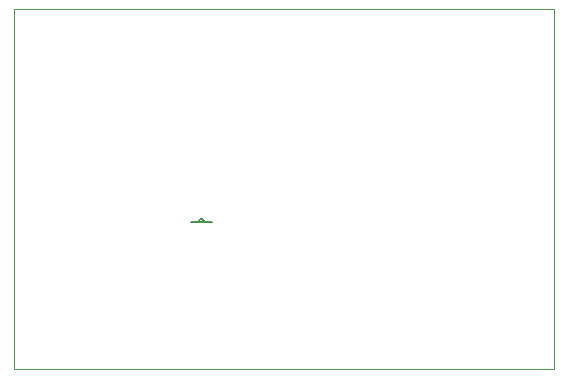
<source format=gko>
G04 Layer_Color=16740166*
%FSLAX25Y25*%
%MOIN*%
G70*
G01*
G75*
%ADD37C,0.00600*%
%ADD68C,0.00100*%
D37*
X63700Y48900D02*
X63349Y49749D01*
X62500Y50100D01*
X61651Y49749D01*
X61300Y48900D01*
X63700D02*
X66000D01*
X61300D02*
X63700D01*
X59000D02*
X61300D01*
D68*
X-0Y0D02*
Y120000D01*
X180000D01*
Y0D02*
Y120000D01*
X0Y0D02*
X180000D01*
M02*

</source>
